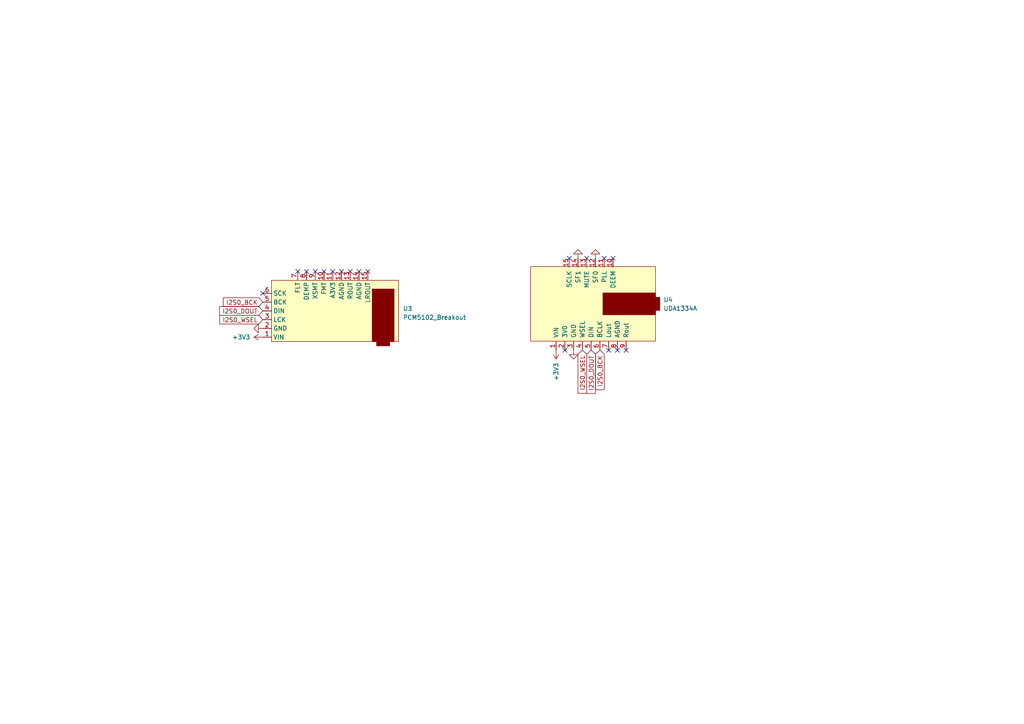
<source format=kicad_sch>
(kicad_sch (version 20211123) (generator eeschema)
  (paper "A4")
  (lib_symbols
    (symbol "pcm5102_breakout:PCM5102_Breakout"
      (property "Reference" "U" (at 0 0 0))
      (property "Value" "PCM5102_Breakout" (at 0 -2.54 0))
      (symbol "PCM5102_Breakout_0_1"
        (rectangle (start -17.78 -8.89) (end 19.05 8.89) (fill (type background)))
        (rectangle (start 11.43 6.35) (end 17.78 -8.89) (fill (type outline)))
        (rectangle (start 12.7 -8.89) (end 16.51 -10.16) (fill (type outline)))
      )
      (symbol "PCM5102_Breakout_1_1"
        (pin input line (at -20.32 -7.62 0) (length 2.54) (name "VIN") (number "1"))
        (pin input line (at -2.54 11.43 270) (length 2.54) (name "FMT") (number "10"))
        (pin input line (at 0 11.43 270) (length 2.54) (name "A3V3") (number "11"))
        (pin input line (at 2.54 11.43 270) (length 2.54) (name "AGND") (number "12"))
        (pin input line (at 5.08 11.43 270) (length 2.54) (name "ROUT") (number "13"))
        (pin input line (at 7.62 11.43 270) (length 2.54) (name "AGND") (number "14"))
        (pin input line (at 10.16 11.43 270) (length 2.54) (name "LROUT") (number "15"))
        (pin input line (at -20.32 -5.08 0) (length 2.54) (name "GND") (number "2"))
        (pin input line (at -20.32 -2.54 0) (length 2.54) (name "LCK") (number "3"))
        (pin input line (at -20.32 0 0) (length 2.54) (name "DIN") (number "4"))
        (pin input line (at -20.32 2.54 0) (length 2.54) (name "BCK") (number "5"))
        (pin input line (at -20.32 5.08 0) (length 2.54) (name "SCK") (number "6"))
        (pin input line (at -10.16 11.43 270) (length 2.54) (name "FLT") (number "7"))
        (pin input line (at -7.62 11.43 270) (length 2.54) (name "DEMP") (number "8"))
        (pin input line (at -5.08 11.43 270) (length 2.54) (name "XSMT") (number "9"))
      )
    )
    (symbol "power:+3V3" (power) (pin_names (offset 0))
      (property "Value" "+3V3" (at 0 3.556 0))
      (symbol "+3V3_0_1"
        (polyline (pts (xy -0.762 1.27) (xy 0 2.54)))
        (polyline (pts (xy 0 0) (xy 0 2.54)))
        (polyline (pts (xy 0 2.54) (xy 0.762 1.27)))
      )
      (symbol "+3V3_1_1"
        (pin power_in line (at 0 0 90) (length 0) hide (name "+3V3") (number "1"))
      )
    )
    (symbol "power:GND" (power) (pin_names (offset 0))
      (property "Value" "GND" (at 0 -3.81 0))
      (symbol "GND_0_1"
        (polyline (pts (xy 0 0) (xy 0 -1.27) (xy 1.27 -1.27) (xy 0 -2.54) (xy -1.27 -1.27) (xy 0 -1.27)))
      )
      (symbol "GND_1_1"
        (pin power_in line (at 0 0 270) (length 0) hide (name "GND") (number "1"))
      )
    )
    (symbol "uda1334a_breakout:UDA1334A" (pin_names (offset 1.016))
      (property "Reference" "U" (at -8.89 -1.524 0))
      (property "Value" "UDA1334A" (at -9.398 0.762 0))
      (symbol "UDA1334A_0_1"
        (rectangle (start -17.526 10.922) (end 18.669 -10.668) (fill (type background)))
        (rectangle (start 3.429 -3.048) (end 18.669 3.302) (fill (type outline)))
        (rectangle (start 18.669 -1.778) (end 19.939 2.032) (fill (type outline)))
      )
      (symbol "UDA1334A_1_1"
        (pin power_in line (at -10.16 -13.335 90) (length 2.54) (name "VIN") (number "1"))
        (pin input line (at 6.35 13.335 270) (length 2.54) (name "DEEM") (number "10"))
        (pin output line (at 3.81 13.335 270) (length 2.54) (name "PLL") (number "11"))
        (pin input line (at 1.27 13.335 270) (length 2.54) (name "SF0") (number "12"))
        (pin input line (at -1.27 13.335 270) (length 2.54) (name "MUTE") (number "13"))
        (pin input line (at -3.81 13.335 270) (length 2.54) (name "SF1") (number "14"))
        (pin input line (at -6.35 13.335 270) (length 2.54) (name "SCLK") (number "15"))
        (pin power_out line (at -7.62 -13.335 90) (length 2.54) (name "3V0") (number "2"))
        (pin passive line (at -5.08 -13.335 90) (length 2.54) (name "GND") (number "3"))
        (pin input line (at -2.54 -13.335 90) (length 2.54) (name "WSEL") (number "4"))
        (pin input line (at 0 -13.335 90) (length 2.54) (name "DIN") (number "5"))
        (pin input line (at 2.54 -13.335 90) (length 2.54) (name "BCLK") (number "6"))
        (pin output line (at 5.08 -13.335 90) (length 2.54) (name "Lout") (number "7"))
        (pin passive line (at 7.62 -13.335 90) (length 2.54) (name "AGND") (number "8"))
        (pin output line (at 10.16 -13.335 90) (length 2.54) (name "Rout") (number "9"))
      )
    )
  )
  (no_connect (at 175.26 74.93))
  (no_connect (at 106.68 78.74))
  (no_connect (at 99.06 78.74))
  (no_connect (at 93.98 78.74))
  (no_connect (at 91.44 78.74))
  (no_connect (at 163.83 101.6))
  (no_connect (at 177.8 74.93))
  (no_connect (at 181.61 101.6))
  (no_connect (at 104.14 78.74))
  (no_connect (at 170.18 74.93))
  (no_connect (at 165.1 74.93))
  (no_connect (at 179.07 101.6))
  (no_connect (at 86.36 78.74))
  (no_connect (at 101.6 78.74))
  (no_connect (at 88.9 78.74))
  (no_connect (at 96.52 78.74))
  (no_connect (at 76.2 85.09))
  (no_connect (at 176.53 101.6))
  (global_label "I2S0_WSEL" (shape input) (at 168.91 101.6 270) (property "Intersheet References" "${INTERSHEET_REFS}" (effects hide)))
  (global_label "I2S0_DOUT" (shape input) (at 76.2 90.17 180) (property "Intersheet References" "${INTERSHEET_REFS}" (effects hide)))
  (global_label "I2S0_WSEL" (shape input) (at 76.2 92.71 180) (property "Intersheet References" "${INTERSHEET_REFS}" (effects hide)))
  (global_label "I2S0_BCK" (shape input) (at 76.2 87.63 180) (property "Intersheet References" "${INTERSHEET_REFS}" (effects hide)))
  (global_label "I2S0_DOUT" (shape input) (at 171.45 101.6 270) (property "Intersheet References" "${INTERSHEET_REFS}" (effects hide)))
  (global_label "I2S0_BCK" (shape input) (at 173.99 101.6 270) (property "Intersheet References" "${INTERSHEET_REFS}" (effects hide)))
  (symbol (lib_id "power:GND") (at 76.2 95.25 270) (unit 1)
    (property "Reference" "#PWR07" (effects hide))
    (property "Value" "GND" (effects hide))
  )
  (symbol (lib_id "uda1334a_breakout:UDA1334A") (at 171.45 88.265 0) (unit 1)
    (property "Reference" "U4" (at 192.405 86.9314 0) (effects (justify left)))
    (property "Value" "UDA1334A" (at 192.405 89.4714 0) (effects (justify left)))
    (property "Footprint" "kicadlibrary:UDA1334_AudioBreakout" (effects hide))
  )
  (symbol (lib_id "power:+3V3") (at 76.2 97.79 90) (unit 1)
    (property "Reference" "#PWR08" (effects hide))
    (property "Value" "+3V3" (at 67.31 97.79 90) (effects (justify right)))
  )
  (symbol (lib_id "power:+3V3") (at 161.29 101.6 180) (unit 1)
    (property "Reference" "#PWR09" (effects hide))
    (property "Value" "+3V3" (at 161.29 110.49 90) (effects (justify right)))
  )
  (symbol (lib_id "power:GND") (at 166.37 101.6 0) (unit 1)
    (property "Reference" "#PWR010" (effects hide))
    (property "Value" "GND" (effects hide))
  )
  (symbol (lib_id "power:GND") (at 167.64 74.93 180) (unit 1)
    (property "Reference" "#PWR011" (effects hide))
    (property "Value" "GND" (effects hide))
  )
  (symbol (lib_id "pcm5102_breakout:PCM5102_Breakout") (at 96.52 90.17 0) (unit 1)
    (property "Reference" "U3" (at 116.84 89.5349 0) (effects (justify left)))
    (property "Value" "PCM5102_Breakout" (at 116.84 92.0749 0) (effects (justify left)))
    (property "Footprint" "kicadlibrary:PCM5102_Breakout" (effects hide))
  )
  (symbol (lib_id "power:GND") (at 172.72 74.93 180) (unit 1)
    (property "Reference" "#PWR012" (effects hide))
    (property "Value" "GND" (effects hide))
  )
)
</source>
